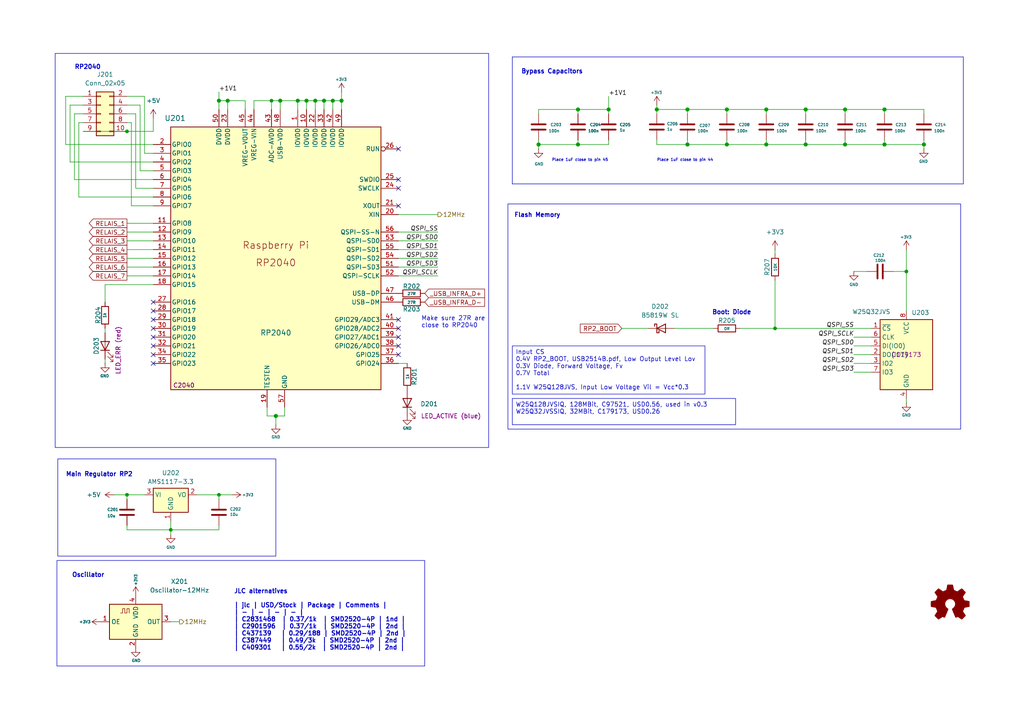
<source format=kicad_sch>
(kicad_sch (version 20250114) (generator "eeschema") (generator_version "9.0")
  (paper "A4")
  (title_block (title "Octoprobe tentacle") (date "2025-09-02") (rev "0.5") (company "Hans Märki, Märki Informatik") (comment 1 "The MIT License (MIT)"))
  (lib_symbols
    (symbol "00_project_library:AMS1117-3.3"
      (property "Reference" "U" (at -3.81 3.175 0))
      (property "Value" "AMS1117-3.3" (at 0 3.175 0))
      (symbol "AMS1117-3.3_0_1"
        (rectangle (start -5.08 1.905) (end 5.08 -5.08) (stroke (width 0.254)) (fill (type background)))
      )
      (symbol "AMS1117-3.3_1_1"
        (pin power_in line (at -7.62 0 0) (length 2.54) (name "VI") (number "3"))
        (pin power_in line (at 0 -7.62 90) (length 2.54) (name "GND") (number "1"))
        (pin power_out line (at 7.62 0 180) (length 2.54) (name "VO") (number "2"))
      )
    )
    (symbol "00_project_library:C" (pin_numbers (hide yes)) (pin_names (offset 0.254))
      (property "Reference" "C" (at 0.635 2.54 0))
      (property "Value" "C" (at 0.635 -2.54 0))
      (symbol "C_0_1"
        (polyline (pts (xy -2.032 0.762) (xy 2.032 0.762)) (stroke (width 0.508)))
        (polyline (pts (xy -2.032 -0.762) (xy 2.032 -0.762)) (stroke (width 0.508)))
      )
      (symbol "C_1_1"
        (pin passive line (at 0 3.81 270) (length 2.794) (name "~") (number "1"))
        (pin passive line (at 0 -3.81 90) (length 2.794) (name "~") (number "2"))
      )
    )
    (symbol "00_project_library:LED BLUE" (pin_numbers (hide yes)) (pin_names (offset 1.016) (hide yes))
      (property "Reference" "D" (at 0 2.54 0))
      (property "Value" "LED BLUE" (at 0 -2.54 0))
      (symbol "LED BLUE_0_1"
        (polyline (pts (xy -3.048 -0.762) (xy -4.572 -2.286) (xy -3.81 -2.286) (xy -4.572 -2.286) (xy -4.572 -1.524)))
        (polyline (pts (xy -1.778 -0.762) (xy -3.302 -2.286) (xy -2.54 -2.286) (xy -3.302 -2.286) (xy -3.302 -1.524)))
        (polyline (pts (xy -1.27 0) (xy 1.27 0)))
        (polyline (pts (xy -1.27 -1.27) (xy -1.27 1.27)) (stroke (width 0.254)))
        (polyline (pts (xy 1.27 -1.27) (xy 1.27 1.27) (xy -1.27 0) (xy 1.27 -1.27)) (stroke (width 0.254)))
      )
      (symbol "LED BLUE_1_1"
        (pin passive line (at -3.81 0 0) (length 2.54) (name "K") (number "1"))
        (pin passive line (at 3.81 0 180) (length 2.54) (name "A") (number "2"))
      )
    )
    (symbol "00_project_library:LED GREEN" (pin_numbers (hide yes)) (pin_names (offset 1.016) (hide yes))
      (property "Reference" "D" (at 0 2.54 0))
      (property "Value" "LED GREEN" (at 0 -2.54 0))
      (symbol "LED GREEN_0_1"
        (polyline (pts (xy -3.048 -0.762) (xy -4.572 -2.286) (xy -3.81 -2.286) (xy -4.572 -2.286) (xy -4.572 -1.524)))
        (polyline (pts (xy -1.778 -0.762) (xy -3.302 -2.286) (xy -2.54 -2.286) (xy -3.302 -2.286) (xy -3.302 -1.524)))
        (polyline (pts (xy -1.27 0) (xy 1.27 0)))
        (polyline (pts (xy -1.27 -1.27) (xy -1.27 1.27)) (stroke (width 0.254)))
        (polyline (pts (xy 1.27 -1.27) (xy 1.27 1.27) (xy -1.27 0) (xy 1.27 -1.27)) (stroke (width 0.254)))
      )
      (symbol "LED GREEN_1_1"
        (pin passive line (at -3.81 0 0) (length 2.54) (name "K") (number "1"))
        (pin passive line (at 3.81 0 180) (length 2.54) (name "A") (number "2"))
      )
    )
    (symbol "00_project_library:Oscillator-12MHz"
      (property "Reference" "X" (at -5.08 6.35 0))
      (property "Value" "Oscillator-12MHz" (at 1.27 -6.35 0))
      (symbol "Oscillator-12MHz_0_1"
        (rectangle (start -7.62 5.08) (end 7.62 -5.08) (stroke (width 0.254)) (fill (type background)))
        (polyline (pts (xy -4.445 2.54) (xy -3.81 2.54) (xy -3.81 3.81) (xy -3.175 3.81) (xy -3.175 2.54) (xy -2.54 2.54) (xy -2.54 3.81) (xy -1.905 3.81) (xy -1.905 2.54)))
      )
      (symbol "Oscillator-12MHz_1_1"
        (pin input line (at -10.16 0 0) (length 2.54) (name "OE") (number "1"))
        (pin power_in line (at 0 7.62 270) (length 2.54) (name "VDD") (number "4"))
        (pin power_in line (at 0 -7.62 90) (length 2.54) (name "GND") (number "2"))
        (pin output line (at 10.16 0 180) (length 2.54) (name "OUT") (number "3"))
      )
    )
    (symbol "00_project_library:RP2040" (pin_names (offset 0.254))
      (property "Reference" "U" (at 1.27 78.74 0))
      (property "Value" "RP2040" (at 30.48 16.51 0))
      (symbol "RP2040_0_0"
        (text "Raspberry Pi" (at 30.48 41.91 0) (effects (font (size 2 2))))
        (text "RP2040" (at 30.48 36.83 0) (effects (font (size 2 2))))
      )
      (symbol "RP2040_1_0"
        (rectangle (start 0 76.2) (end 60.96 0) (stroke (width 0.254)) (fill (type background)))
      )
      (symbol "RP2040_1_1"
        (pin bidirectional line (at -5.08 71.12 0) (length 5.08) (name "GPIO0") (number "2"))
        (pin bidirectional line (at -5.08 68.58 0) (length 5.08) (name "GPIO1") (number "3"))
        (pin bidirectional line (at -5.08 66.04 0) (length 5.08) (name "GPIO2") (number "4"))
        (pin bidirectional line (at -5.08 63.5 0) (length 5.08) (name "GPIO3") (number "5"))
        (pin bidirectional line (at -5.08 60.96 0) (length 5.08) (name "GPIO4") (number "6"))
        (pin bidirectional line (at -5.08 58.42 0) (length 5.08) (name "GPIO5") (number "7"))
        (pin bidirectional line (at -5.08 55.88 0) (length 5.08) (name "GPIO6") (number "8"))
        (pin bidirectional line (at -5.08 53.34 0) (length 5.08) (name "GPIO7") (number "9"))
        (pin bidirectional line (at -5.08 48.26 0) (length 5.08) (name "GPIO8") (number "11"))
        (pin bidirectional line (at -5.08 45.72 0) (length 5.08) (name "GPIO9") (number "12"))
        (pin bidirectional line (at -5.08 43.18 0) (length 5.08) (name "GPIO10") (number "13"))
        (pin bidirectional line (at -5.08 40.64 0) (length 5.08) (name "GPIO11") (number "14"))
        (pin bidirectional line (at -5.08 38.1 0) (length 5.08) (name "GPIO12") (number "15"))
        (pin bidirectional line (at -5.08 35.56 0) (length 5.08) (name "GPIO13") (number "16"))
        (pin bidirectional line (at -5.08 33.02 0) (length 5.08) (name "GPIO14") (number "17"))
        (pin bidirectional line (at -5.08 30.48 0) (length 5.08) (name "GPIO15") (number "18"))
        (pin bidirectional line (at -5.08 25.4 0) (length 5.08) (name "GPIO16") (number "27"))
        (pin bidirectional line (at -5.08 22.86 0) (length 5.08) (name "GPIO17") (number "28"))
        (pin bidirectional line (at -5.08 20.32 0) (length 5.08) (name "GPIO18") (number "29"))
        (pin bidirectional line (at -5.08 17.78 0) (length 5.08) (name "GPIO19") (number "30"))
        (pin bidirectional line (at -5.08 15.24 0) (length 5.08) (name "GPIO20") (number "31"))
        (pin bidirectional line (at -5.08 12.7 0) (length 5.08) (name "GPIO21") (number "32"))
        (pin bidirectional line (at -5.08 10.16 0) (length 5.08) (name "GPIO22") (number "34"))
        (pin bidirectional line (at -5.08 7.62 0) (length 5.08) (name "GPIO23") (number "35"))
        (pin power_in line (at 13.97 81.28 270) (length 5.08) (name "DVDD") (number "50"))
        (pin power_in line (at 16.51 81.28 270) (length 5.08) (name "DVDD") (number "23"))
        (pin power_out line (at 21.59 81.28 270) (length 5.08) (name "VREG-VOUT") (number "45"))
        (pin power_in line (at 24.13 81.28 270) (length 5.08) (name "VREG-VIN") (number "44"))
        (pin input line (at 27.94 -5.08 90) (length 5.08) (name "TESTEN") (number "19"))
        (pin power_in line (at 29.21 81.28 270) (length 5.08) (name "ADC-AVDD") (number "43"))
        (pin power_in line (at 31.75 81.28 270) (length 5.08) (name "USB-VDD") (number "48"))
        (pin power_in line (at 33.02 -5.08 90) (length 5.08) (name "GND") (number "57"))
        (pin power_in line (at 36.83 81.28 270) (length 5.08) (name "IOVDD") (number "1"))
        (pin power_in line (at 39.37 81.28 270) (length 5.08) (name "IOVDD") (number "10"))
        (pin power_in line (at 41.91 81.28 270) (length 5.08) (name "IOVDD") (number "22"))
        (pin power_in line (at 44.45 81.28 270) (length 5.08) (name "IOVDD") (number "33"))
        (pin power_in line (at 46.99 81.28 270) (length 5.08) (name "IOVDD") (number "42"))
        (pin power_in line (at 49.53 81.28 270) (length 5.08) (name "IOVDD") (number "49"))
        (pin input inverted (at 66.04 69.85 180) (length 5.08) (name "RUN") (number "26"))
        (pin unspecified line (at 66.04 60.96 180) (length 5.08) (name "SWDIO") (number "25"))
        (pin unspecified line (at 66.04 58.42 180) (length 5.08) (name "SWCLK") (number "24"))
        (pin output line (at 66.04 53.34 180) (length 5.08) (name "XOUT") (number "21"))
        (pin bidirectional line (at 66.04 50.8 180) (length 5.08) (name "XIN") (number "20"))
        (pin bidirectional line (at 66.04 45.72 180) (length 5.08) (name "QSPI-SS-N") (number "56"))
        (pin bidirectional line (at 66.04 43.18 180) (length 5.08) (name "QSPI-SD0") (number "53"))
        (pin bidirectional line (at 66.04 40.64 180) (length 5.08) (name "QSPI-SD1") (number "55"))
        (pin bidirectional line (at 66.04 38.1 180) (length 5.08) (name "QSPI-SD2") (number "54"))
        (pin bidirectional line (at 66.04 35.56 180) (length 5.08) (name "QSPI-SD3") (number "51"))
        (pin bidirectional line (at 66.04 33.02 180) (length 5.08) (name "QSPI-SCLK") (number "52"))
        (pin bidirectional line (at 66.04 27.94 180) (length 5.08) (name "USB-DP") (number "47"))
        (pin bidirectional line (at 66.04 25.4 180) (length 5.08) (name "USB-DM") (number "46"))
        (pin bidirectional line (at 66.04 20.32 180) (length 5.08) (name "GPIO29/ADC3") (number "41"))
        (pin bidirectional line (at 66.04 17.78 180) (length 5.08) (name "GPIO28/ADC2") (number "40"))
        (pin bidirectional line (at 66.04 15.24 180) (length 5.08) (name "GPIO27/ADC1") (number "39"))
        (pin bidirectional line (at 66.04 12.7 180) (length 5.08) (name "GPIO26/ADC0") (number "38"))
        (pin bidirectional line (at 66.04 10.16 180) (length 5.08) (name "GPIO25") (number "37"))
        (pin bidirectional line (at 66.04 7.62 180) (length 5.08) (name "GPIO24") (number "36"))
      )
    )
    (symbol "00_project_library:W25Q32JVS"
      (property "Reference" "U" (at -8.89 8.89 0))
      (property "Value" "W25Q32JVS" (at 8.89 12.7 0))
      (property "JLC" "C179173" (at 0 0 0))
      (symbol "W25Q32JVS_0_1"
        (rectangle (start -7.62 10.16) (end 7.62 -10.16) (stroke (width 0.254)) (fill (type background)))
      )
      (symbol "W25Q32JVS_1_1"
        (pin input line (at -10.16 7.62 0) (length 2.54) (name "~{CS}") (number "1"))
        (pin input line (at -10.16 5.08 0) (length 2.54) (name "CLK") (number "6"))
        (pin bidirectional line (at -10.16 2.54 0) (length 2.54) (name "DI(IO0)") (number "5"))
        (pin bidirectional line (at -10.16 0 0) (length 2.54) (name "DO(IO1)") (number "2"))
        (pin bidirectional line (at -10.16 -2.54 0) (length 2.54) (name "IO2") (number "3"))
        (pin bidirectional line (at -10.16 -5.08 0) (length 2.54) (name "IO3") (number "7"))
        (pin power_in line (at 0 12.7 270) (length 2.54) (name "VCC") (number "8"))
        (pin power_in line (at 0 -12.7 90) (length 2.54) (name "GND") (number "4"))
      )
    )
    (symbol "Connector_Generic:Conn_02x05_Odd_Even" (pin_names (offset 1.016) (hide yes))
      (property "Reference" "J" (at 1.27 7.62 0))
      (property "Value" "Conn_02x05_Odd_Even" (at 1.27 -7.62 0))
      (symbol "Conn_02x05_Odd_Even_1_1"
        (rectangle (start -1.27 6.35) (end 3.81 -6.35) (stroke (width 0.254)) (fill (type background)))
        (rectangle (start -1.27 5.207) (end 0 4.953) (stroke (width 0.1524)))
        (rectangle (start -1.27 2.667) (end 0 2.413) (stroke (width 0.1524)))
        (rectangle (start -1.27 0.127) (end 0 -0.127) (stroke (width 0.1524)))
        (rectangle (start -1.27 -2.413) (end 0 -2.667) (stroke (width 0.1524)))
        (rectangle (start -1.27 -4.953) (end 0 -5.207) (stroke (width 0.1524)))
        (rectangle (start 3.81 5.207) (end 2.54 4.953) (stroke (width 0.1524)))
        (rectangle (start 3.81 2.667) (end 2.54 2.413) (stroke (width 0.1524)))
        (rectangle (start 3.81 0.127) (end 2.54 -0.127) (stroke (width 0.1524)))
        (rectangle (start 3.81 -2.413) (end 2.54 -2.667) (stroke (width 0.1524)))
        (rectangle (start 3.81 -4.953) (end 2.54 -5.207) (stroke (width 0.1524)))
        (pin passive line (at -5.08 5.08 0) (length 3.81) (name "Pin_1") (number "1"))
        (pin passive line (at -5.08 2.54 0) (length 3.81) (name "Pin_3") (number "3"))
        (pin passive line (at -5.08 0 0) (length 3.81) (name "Pin_5") (number "5"))
        (pin passive line (at -5.08 -2.54 0) (length 3.81) (name "Pin_7") (number "7"))
        (pin passive line (at -5.08 -5.08 0) (length 3.81) (name "Pin_9") (number "9"))
        (pin passive line (at 7.62 5.08 180) (length 3.81) (name "Pin_2") (number "2"))
        (pin passive line (at 7.62 2.54 180) (length 3.81) (name "Pin_4") (number "4"))
        (pin passive line (at 7.62 0 180) (length 3.81) (name "Pin_6") (number "6"))
        (pin passive line (at 7.62 -2.54 180) (length 3.81) (name "Pin_8") (number "8"))
        (pin passive line (at 7.62 -5.08 180) (length 3.81) (name "Pin_10") (number "10"))
      )
    )
    (symbol "Device:D_Schottky" (pin_numbers (hide yes)) (pin_names (offset 1.016) (hide yes))
      (property "Reference" "D" (at 0 2.54 0))
      (property "Value" "D_Schottky" (at 0 -2.54 0))
      (symbol "D_Schottky_0_1"
        (polyline (pts (xy -1.905 0.635) (xy -1.905 1.27) (xy -1.27 1.27) (xy -1.27 -1.27) (xy -0.635 -1.27) (xy -0.635 -0.635)) (stroke (width 0.254)))
        (polyline (pts (xy 1.27 1.27) (xy 1.27 -1.27) (xy -1.27 0) (xy 1.27 1.27)) (stroke (width 0.254)))
        (polyline (pts (xy 1.27 0) (xy -1.27 0)))
      )
      (symbol "D_Schottky_1_1"
        (pin passive line (at -3.81 0 0) (length 2.54) (name "K") (number "1"))
        (pin passive line (at 3.81 0 180) (length 2.54) (name "A") (number "2"))
      )
    )
    (symbol "Device:R" (pin_numbers (hide yes)) (pin_names (offset 0))
      (property "Reference" "R" (at 2.032 0 90))
      (property "Value" "R" (at 0 0 90))
      (symbol "R_0_1"
        (rectangle (start -1.016 -2.54) (end 1.016 2.54) (stroke (width 0.254)))
      )
      (symbol "R_1_1"
        (pin passive line (at 0 3.81 270) (length 1.27) (name "~") (number "1"))
        (pin passive line (at 0 -3.81 90) (length 1.27) (name "~") (number "2"))
      )
    )
    (symbol "Graphic:Logo_Open_Hardware_Small" (in_bom no) (on_board no)
      (symbol "Logo_Open_Hardware_Small_0_1"
        (polyline (pts (xy 3.3528 -4.3434) (xy 3.302 -4.318) (xy 3.175 -4.2418) (xy 2.9972 -4.1148) (xy 2.7686 -3.9624) (xy 2.54 -3.81) (xy 2.3622 -3.7084) (xy 2.2352 -3.6068) (xy 2.1844 -3.5814) (xy 2.159 -3.6068) (xy 2.0574 -3.6576) (xy 1.905 -3.7338) (xy 1.8034 -3.7846) (xy 1.6764 -3.8354) (xy 1.6002 -3.8354) (xy 1.6002 -3.8354) (xy 1.5494 -3.7338) (xy 1.4732 -3.5306) (xy 1.3462 -3.302) (xy 1.2446 -3.0226) (xy 1.1176 -2.7178) (xy 0.9652 -2.413) (xy 0.8636 -2.1082) (xy 0.7366 -1.8288) (xy 0.6604 -1.6256) (xy 0.6096 -1.4732) (xy 0.5842 -1.397) (xy 0.5842 -1.397) (xy 0.6604 -1.3208) (xy 0.7874 -1.2446) (xy 1.0414 -1.016) (xy 1.2954 -0.6858) (xy 1.4478 -0.3302) (xy 1.524 0.0762) (xy 1.4732 0.4572) (xy 1.3208 0.8128) (xy 1.0668 1.143) (xy 0.762 1.3716) (xy 0.4064 1.524) (xy 0 1.5748) (xy -0.381 1.5494) (xy -0.7366 1.397) (xy -1.0668 1.143) (xy -1.2192 0.9906) (xy -1.397 0.6604) (xy -1.524 0.3048) (xy -1.524 0.2286) (xy -1.4986 -0.1778) (xy -1.397 -0.5334) (xy -1.1938 -0.8636) (xy -0.9144 -1.143) (xy -0.8636 -1.1684) (xy -0.7366 -1.27) (xy -0.635 -1.3462) (xy -0.5842 -1.397) (xy -1.0668 -2.5908) (xy -1.143 -2.794) (xy -1.2954 -3.1242) (xy -1.397 -3.4036) (xy -1.4986 -3.6322) (xy -1.5748 -3.7846) (xy -1.6002 -3.8354) (xy -1.6002 -3.8354) (xy -1.651 -3.8354) (xy -1.7272 -3.81) (xy -1.905 -3.7338) (xy -2.0066 -3.683) (xy -2.1336 -3.6068) (xy -2.2098 -3.5814) (xy -2.2606 -3.6068) (xy -2.3622 -3.683) (xy -2.54 -3.81) (xy -2.7686 -3.9624) (xy -2.9718 -4.0894) (xy -3.1496 -4.2164) (xy -3.302 -4.318) (xy -3.3528 -4.3434) (xy -3.3782 -4.3434) (xy -3.429 -4.318) (xy -3.5306 -4.2164) (xy -3.7084 -4.064) (xy -3.937 -3.8354) (xy -3.9624 -3.81) (xy -4.1656 -3.6068) (xy -4.318 -3.4544) (xy -4.4196 -3.3274) (xy -4.445 -3.2766) (xy -4.445 -3.2766) (xy -4.4196 -3.2258) (xy -4.318 -3.0734) (xy -4.2164 -2.8956) (xy -4.064 -2.667) (xy -3.6576 -2.0828) (xy -3.8862 -1.5494) (xy -3.937 -1.3716) (xy -4.0386 -1.1684) (xy -4.0894 -1.0414) (xy -4.1148 -0.9652) (xy -4.191 -0.9398) (xy -4.318 -0.9144) (xy -4.5466 -0.8636) (xy -4.8006 -0.8128) (xy -5.0546 -0.7874) (xy -5.2578 -0.7366) (xy -5.4356 -0.7112) (xy -5.5118 -0.6858) (xy -5.5118 -0.6858) (xy -5.5372 -0.635) (xy -5.5372 -0.5588) (xy -5.5372 -0.4318) (xy -5.5626 -0.2286) (xy -5.5626 0.0762) (xy -5.5626 0.127) (xy -5.5372 0.4064) (xy -5.5372 0.635) (xy -5.5372 0.762) (xy -5.5372 0.8382) (xy -5.5372 0.8382) (xy -5.461 0.8382) (xy -5.3086 0.889) (xy -5.08 0.9144) (xy -4.826 0.9652) (xy -4.8006 0.9906) (xy -4.5466 1.0414) (xy -4.318 1.0668) (xy -4.1656 1.1176) (xy -4.0894 1.143) (xy -4.0894 1.143) (xy -4.0386 1.2446) (xy -3.9624 1.4224) (xy -3.8608 1.6256) (xy -3.7846 1.8288) (xy -3.7084 2.0066) (xy -3.6576 2.159) (xy -3.6322 2.2098) (xy -3.6322 2.2098) (xy -3.683 2.286) (xy -3.7592 2.413) (xy -3.8862 2.5908) (xy -4.064 2.8194) (xy -4.064 2.8448) (xy -4.2164 3.0734) (xy -4.3434 3.2512) (xy -4.4196 3.3782) (xy -4.445 3.4544) (xy -4.445 3.4544) (xy -4.3942 3.5052) (xy -4.2926 3.6322) (xy -4.1148 3.81) (xy -3.937 4.0132) (xy -3.8608 4.064) (xy -3.6576 4.2926) (xy -3.5052 4.4196) (xy -3.4036 4.4958) (xy -3.3528 4.5212) (xy -3.3528 4.5212) (xy -3.302 4.4704) (xy -3.1496 4.3688) (xy -2.9718 4.2418) (xy -2.7432 4.0894) (xy -2.7178 4.0894) (xy -2.4892 3.937) (xy -2.3114 3.81) (xy -2.1844 3.7084) (xy -2.1336 3.683) (xy -2.1082 3.683) (xy -2.032 3.7084) (xy -1.8542 3.7592) (xy -1.6764 3.8354) (xy -1.4732 3.937) (xy -1.27 4.0132) (xy -1.143 4.064) (xy -1.0668 4.1148) (xy -1.0668 4.1148) (xy -1.0414 4.191) (xy -1.016 4.3434) (xy -0.9652 4.572) (xy -0.9144 4.8514) (xy -0.889 4.9022) (xy -0.8382 5.1562) (xy -0.8128 5.3848) (xy -0.7874 5.5372) (xy -0.762 5.588) (xy -0.7112 5.6134) (xy -0.5842 5.6134) (xy -0.4064 5.6134) (xy -0.1524 5.6134) (xy 0.0762 5.6134) (xy 0.3302 5.6134) (xy 0.5334 5.6134) (xy 0.6858 5.588) (xy 0.7366 5.588) (xy 0.7366 5.588) (xy 0.762 5.5118) (xy 0.8128 5.334) (xy 0.8382 5.1054) (xy 0.9144 4.826) (xy 0.9144 4.7752) (xy 0.9652 4.5212) (xy 1.016 4.2926) (xy 1.0414 4.1402) (xy 1.0668 4.0894) (xy 1.0668 4.0894) (xy 1.1938 4.0386) (xy 1.3716 3.9624) (xy 1.5748 3.8608) (xy 2.0828 3.6576) (xy 2.7178 4.0894) (xy 2.7686 4.1402) (xy 2.9972 4.2926) (xy 3.175 4.4196) (xy 3.302 4.4958) (xy 3.3782 4.5212) (xy 3.3782 4.5212) (xy 3.429 4.4704) (xy 3.556 4.3434) (xy 3.7338 4.191) (xy 3.9116 3.9878) (xy 4.064 3.8354) (xy 4.2418 3.6576) (xy 4.3434 3.556) (xy 4.4196 3.4798) (xy 4.4196 3.429) (xy 4.4196 3.4036) (xy 4.3942 3.3274) (xy 4.2926 3.2004) (xy 4.1656 2.9972) (xy 4.0132 2.794) (xy 3.8862 2.5908) (xy 3.7592 2.3876) (xy 3.6576 2.2352) (xy 3.6322 2.159) (xy 3.6322 2.1336) (xy 3.683 2.0066) (xy 3.7592 1.8288) (xy 3.8608 1.6002) (xy 4.064 1.1176) (xy 4.3942 1.0414) (xy 4.5974 1.016) (xy 4.8768 0.9652) (xy 5.1308 0.9144) (xy 5.5372 0.8382) (xy 5.5626 -0.6604) (xy 5.4864 -0.6858) (xy 5.4356 -0.6858) (xy 5.2832 -0.7366) (xy 5.0546 -0.762) (xy 4.8006 -0.8128) (xy 4.5974 -0.8636) (xy 4.3688 -0.9144) (xy 4.2164 -0.9398) (xy 4.1402 -0.9398) (xy 4.1148 -0.9652) (xy 4.064 -1.0668) (xy 3.9878 -1.2446) (xy 3.9116 -1.4478) (xy 3.81 -1.651) (xy 3.7338 -1.8542) (xy 3.683 -2.0066) (xy 3.6576 -2.0828) (xy 3.683 -2.1336) (xy 3.7846 -2.2606) (xy 3.8862 -2.4638) (xy 4.0386 -2.667) (xy 4.191 -2.8956) (xy 4.318 -3.0734) (xy 4.3942 -3.2004) (xy 4.445 -3.2766) (xy 4.4196 -3.3274) (xy 4.3434 -3.429) (xy 4.1656 -3.5814) (xy 3.937 -3.8354) (xy 3.8862 -3.8608) (xy 3.683 -4.064) (xy 3.5306 -4.2164) (xy 3.4036 -4.318) (xy 3.3528 -4.3434)) (fill (type outline)))
      )
    )
    (symbol "power:+3V3" (power) (pin_numbers (hide yes)) (pin_names (offset 0) (hide yes))
      (property "Value" "+3V3" (at 0 3.556 0))
      (symbol "+3V3_0_1"
        (polyline (pts (xy -0.762 1.27) (xy 0 2.54)))
        (polyline (pts (xy 0 2.54) (xy 0.762 1.27)))
        (polyline (pts (xy 0 0) (xy 0 2.54)))
      )
      (symbol "+3V3_1_1"
        (pin power_in line (at 0 0 90) (length 0) (name "~") (number "1"))
      )
    )
    (symbol "power:+5V" (power) (pin_numbers (hide yes)) (pin_names (offset 0) (hide yes))
      (property "Value" "+5V" (at 0 3.556 0))
      (symbol "+5V_0_1"
        (polyline (pts (xy -0.762 1.27) (xy 0 2.54)))
        (polyline (pts (xy 0 2.54) (xy 0.762 1.27)))
        (polyline (pts (xy 0 0) (xy 0 2.54)))
      )
      (symbol "+5V_1_1"
        (pin power_in line (at 0 0 90) (length 0) (name "~") (number "1"))
      )
    )
    (symbol "power:GND" (power) (pin_numbers (hide yes)) (pin_names (offset 0) (hide yes))
      (property "Value" "GND" (at 0 -3.81 0))
      (symbol "GND_0_1"
        (polyline (pts (xy 0 0) (xy 0 -1.27) (xy 1.27 -1.27) (xy 0 -2.54) (xy -1.27 -1.27) (xy 0 -1.27)))
      )
      (symbol "GND_1_1"
        (pin power_in line (at 0 0 270) (length 0) (name "~") (number "1"))
      )
    )
  )
  (rectangle (start 147.32 59.1509) (end 278.638 124.46))
  (rectangle (start 16.002 15.494) (end 141.732 129.794))
  (rectangle (start 16.764 133.096) (end 80.01 161.29))
  (rectangle (start 16.51 162.56) (end 123.19 193.167))
  (text "Oscillator" (at 20.828 167.64 0) (effects (font (size 1.27 1.27) (thickness 0.254) (bold yes)) (justify left bottom)))
  (text "JLC alternatives\n\n| jlc | USD/Stock | Package | Comments |\n| - | - | - | - |\n| C2831468  | 0.37/1k  | SMD2520-4P | 1nd |\n| C2901596  | 0.37/1k  | SMD2520-4P | 2nd |\n| C437139   | 0.29/188 | SMD2520-4P | 2nd |\n| C387449   | 0.49/3k  | SMD2520-4P | 2nd |\n| C409301   | 0.55/2k  | SMD2520-4P | 2nd |" (at 67.818 188.722 0) (effects (font (size 1.27 1.27) (thickness 0.254) (bold yes)) (justify left bottom)))
  (text "Make sure 27R are\nclose to RP2040" (at 122.174 95.25 0) (effects (font (size 1.27 1.27)) (justify left bottom)))
  (text "RP2040" (at 21.59 20.32 0) (effects (font (size 1.27 1.27) (thickness 0.254) (bold yes)) (justify left bottom)))
  (text "Place 1uF close to pin 44" (at 190.5 46.99 0) (effects (font (size 0.8 0.8)) (justify left bottom)))
  (text "Place 1uF close to pin 45" (at 160.02 46.99 0) (effects (font (size 0.8 0.8)) (justify left bottom)))
  (text "Boot: Diode" (at 206.502 91.44 0) (effects (font (size 1.27 1.27) (thickness 0.254) (bold yes)) (justify left bottom)))
  (text "Main Regulator RP2" (at 19.05 138.43 0) (effects (font (size 1.27 1.27) (thickness 0.254) (bold yes)) (justify left bottom)))
  (text "Flash Memory" (at 149.098 63.246 0) (effects (font (size 1.27 1.27) (thickness 0.254) (bold yes)) (justify left bottom)))
  (text "Bypass Capacitors" (at 151.13 21.59 0) (effects (font (size 1.27 1.27) (thickness 0.254) (bold yes)) (justify left bottom)))
  (text_box "W25Q128JVSIQ, 128MBit, C97521, USD0.56, used in v0.3\nW25Q32JVSSIQ, 32MBit, C179173, USD0.26" (at 148.59 115.57 0) (size 64.77 7.62) (margins 0.9525 0.9525 0.9525 0.9525) (effects (font (size 1.27 1.27)) (justify left top)))
  (text_box "Input CS\n0.4V RP2_BOOT, USB2514B.pdf, Low Output Level Lov\n0.3V Diode, Forward Voltage, Fv\n0.7V Total\n\n1.1V W25Q128JVS, Input Low Voltage Vil = Vcc*0.3\n" (at 148.59 100.33 0) (size 55.88 13.97) (margins 0.9525 0.9525 0.9525 0.9525) (effects (font (size 1.27 1.27)) (justify left top)))
  (junction (at 91.44 29.21) (diameter 1.016))
  (junction (at 80.01 120.65) (diameter 1.016))
  (junction (at 262.89 78.74))
  (junction (at 176.53 31.75) (diameter 1.016))
  (junction (at 99.06 29.21) (diameter 1.016))
  (junction (at 222.25 31.75) (diameter 1.016))
  (junction (at 156.21 41.91) (diameter 1.016))
  (junction (at 78.74 29.21))
  (junction (at 233.68 31.75) (diameter 1.016))
  (junction (at 63.5 29.21) (diameter 1.016))
  (junction (at 222.25 41.91) (diameter 1.016))
  (junction (at 245.11 31.75) (diameter 1.016))
  (junction (at 88.9 29.21) (diameter 1.016))
  (junction (at 49.53 153.67))
  (junction (at 167.64 41.91) (diameter 1.016))
  (junction (at 81.28 29.21) (diameter 1.016))
  (junction (at 36.83 38.1))
  (junction (at 210.82 31.75) (diameter 1.016))
  (junction (at 190.5 31.75) (diameter 1.016))
  (junction (at 267.97 41.91) (diameter 1.016))
  (junction (at 96.52 29.21) (diameter 1.016))
  (junction (at 36.83 143.51))
  (junction (at 86.36 29.21) (diameter 1.016))
  (junction (at 66.04 29.21) (diameter 1.016))
  (junction (at 224.79 95.25))
  (junction (at 256.54 31.75) (diameter 1.016))
  (junction (at 199.39 41.91) (diameter 1.016))
  (junction (at 63.5 143.51))
  (junction (at 210.82 41.91) (diameter 1.016))
  (junction (at 256.54 41.91) (diameter 1.016))
  (junction (at 93.98 29.21) (diameter 1.016))
  (junction (at 233.68 41.91) (diameter 1.016))
  (junction (at 245.11 41.91) (diameter 1.016))
  (junction (at 167.64 31.75) (diameter 1.016))
  (junction (at 199.39 31.75) (diameter 1.016))
  (no_connect (at 44.45 105.41))
  (no_connect (at 44.45 95.25))
  (no_connect (at 44.45 87.63))
  (no_connect (at 115.57 102.87))
  (no_connect (at 115.57 52.07))
  (no_connect (at 44.45 90.17))
  (no_connect (at 44.45 100.33))
  (no_connect (at 115.57 100.33))
  (no_connect (at 115.57 95.25))
  (no_connect (at 115.57 59.69))
  (no_connect (at 115.57 92.71))
  (no_connect (at 115.57 54.61))
  (no_connect (at 44.45 92.71))
  (no_connect (at 44.45 102.87))
  (no_connect (at 115.57 43.18))
  (no_connect (at 44.45 97.79))
  (no_connect (at 115.57 97.79))
  (wire (pts (xy 36.83 27.94) (xy 41.91 27.94)))
  (wire (pts (xy 99.06 31.75) (xy 99.06 29.21)))
  (wire (pts (xy 38.1 59.69) (xy 44.45 59.69)))
  (wire (pts (xy 262.89 72.39) (xy 262.89 78.74)))
  (wire (pts (xy 36.83 30.48) (xy 40.64 30.48)))
  (wire (pts (xy 115.57 69.85) (xy 127 69.85)))
  (wire (pts (xy 19.05 27.94) (xy 19.05 41.91)))
  (wire (pts (xy 80.01 120.65) (xy 82.55 120.65)))
  (wire (pts (xy 82.55 120.65) (xy 82.55 118.11)))
  (wire (pts (xy 91.44 29.21) (xy 93.98 29.21)))
  (wire (pts (xy 81.28 31.75) (xy 81.28 29.21)))
  (wire (pts (xy 222.25 41.91) (xy 210.82 41.91)))
  (wire (pts (xy 96.52 29.21) (xy 99.06 29.21)))
  (wire (pts (xy 93.98 29.21) (xy 96.52 29.21)))
  (wire (pts (xy 256.54 33.02) (xy 256.54 31.75)))
  (wire (pts (xy 19.05 41.91) (xy 44.45 41.91)))
  (wire (pts (xy 44.45 52.07) (xy 21.59 52.07)))
  (wire (pts (xy 262.89 78.74) (xy 262.89 90.17)))
  (wire (pts (xy 63.5 144.78) (xy 63.5 143.51)))
  (wire (pts (xy 30.48 82.55) (xy 30.48 87.63)))
  (wire (pts (xy 49.53 153.67) (xy 49.53 154.94)))
  (wire (pts (xy 199.39 40.64) (xy 199.39 41.91)))
  (wire (pts (xy 252.73 105.41) (xy 247.65 105.41)))
  (wire (pts (xy 233.68 33.02) (xy 233.68 31.75)))
  (polyline (pts (xy 148.59 16.51) (xy 148.59 53.34)))
  (wire (pts (xy 190.5 31.75) (xy 190.5 33.02)))
  (wire (pts (xy 167.64 41.91) (xy 167.64 40.64)))
  (wire (pts (xy 256.54 31.75) (xy 267.97 31.75)))
  (wire (pts (xy 24.13 38.1) (xy 36.83 38.1)))
  (wire (pts (xy 262.89 115.57) (xy 262.89 116.84)))
  (wire (pts (xy 115.57 67.31) (xy 127 67.31)))
  (wire (pts (xy 199.39 31.75) (xy 210.82 31.75)))
  (wire (pts (xy 78.74 31.75) (xy 78.74 29.21)))
  (wire (pts (xy 256.54 41.91) (xy 245.11 41.91)))
  (wire (pts (xy 224.79 95.25) (xy 252.73 95.25)))
  (wire (pts (xy 80.01 123.19) (xy 80.01 120.65)))
  (wire (pts (xy 252.73 100.33) (xy 247.65 100.33)))
  (polyline (pts (xy 279.4 53.34) (xy 148.59 53.34)))
  (wire (pts (xy 190.5 40.64) (xy 190.5 41.91)))
  (wire (pts (xy 245.11 41.91) (xy 233.68 41.91)))
  (wire (pts (xy 245.11 40.64) (xy 245.11 41.91)))
  (wire (pts (xy 38.1 35.56) (xy 38.1 59.69)))
  (wire (pts (xy 156.21 41.91) (xy 167.64 41.91)))
  (wire (pts (xy 36.83 152.4) (xy 36.83 153.67)))
  (wire (pts (xy 247.65 78.74) (xy 251.46 78.74)))
  (wire (pts (xy 88.9 29.21) (xy 91.44 29.21)))
  (wire (pts (xy 115.57 72.39) (xy 127 72.39)))
  (wire (pts (xy 78.74 29.21) (xy 81.28 29.21)))
  (wire (pts (xy 36.83 143.51) (xy 36.83 144.78)))
  (wire (pts (xy 93.98 31.75) (xy 93.98 29.21)))
  (wire (pts (xy 245.11 31.75) (xy 256.54 31.75)))
  (wire (pts (xy 267.97 41.91) (xy 267.97 43.18)))
  (wire (pts (xy 63.5 26.67) (xy 63.5 29.21)))
  (wire (pts (xy 115.57 105.41) (xy 118.11 105.41)))
  (wire (pts (xy 66.04 31.75) (xy 66.04 29.21)))
  (wire (pts (xy 77.47 120.65) (xy 77.47 118.11)))
  (wire (pts (xy 44.45 46.99) (xy 20.32 46.99)))
  (wire (pts (xy 115.57 62.23) (xy 127 62.23)))
  (wire (pts (xy 86.36 31.75) (xy 86.36 29.21)))
  (wire (pts (xy 245.11 33.02) (xy 245.11 31.75)))
  (wire (pts (xy 224.79 81.28) (xy 224.79 95.25)))
  (wire (pts (xy 252.73 97.79) (xy 247.65 97.79)))
  (wire (pts (xy 267.97 33.02) (xy 267.97 31.75)))
  (wire (pts (xy 176.53 27.94) (xy 176.53 31.75)))
  (wire (pts (xy 73.66 31.75) (xy 73.66 29.21)))
  (wire (pts (xy 259.08 78.74) (xy 262.89 78.74)))
  (wire (pts (xy 21.59 33.02) (xy 21.59 52.07)))
  (wire (pts (xy 36.83 80.01) (xy 44.45 80.01)))
  (wire (pts (xy 36.83 69.85) (xy 44.45 69.85)))
  (wire (pts (xy 190.5 31.75) (xy 199.39 31.75)))
  (wire (pts (xy 190.5 41.91) (xy 199.39 41.91)))
  (wire (pts (xy 49.53 151.13) (xy 49.53 153.67)))
  (wire (pts (xy 195.58 95.25) (xy 207.01 95.25)))
  (wire (pts (xy 39.37 33.02) (xy 39.37 54.61)))
  (wire (pts (xy 91.44 31.75) (xy 91.44 29.21)))
  (wire (pts (xy 22.86 35.56) (xy 22.86 57.15)))
  (wire (pts (xy 86.36 29.21) (xy 88.9 29.21)))
  (wire (pts (xy 96.52 29.21) (xy 96.52 31.75)))
  (wire (pts (xy 267.97 40.64) (xy 267.97 41.91)))
  (wire (pts (xy 210.82 40.64) (xy 210.82 41.91)))
  (wire (pts (xy 36.83 33.02) (xy 39.37 33.02)))
  (wire (pts (xy 36.83 74.93) (xy 44.45 74.93)))
  (wire (pts (xy 156.21 31.75) (xy 167.64 31.75)))
  (wire (pts (xy 20.32 30.48) (xy 20.32 46.99)))
  (wire (pts (xy 36.83 153.67) (xy 49.53 153.67)))
  (wire (pts (xy 71.12 29.21) (xy 66.04 29.21)))
  (wire (pts (xy 41.91 143.51) (xy 36.83 143.51)))
  (wire (pts (xy 33.02 143.51) (xy 36.83 143.51)))
  (wire (pts (xy 36.83 72.39) (xy 44.45 72.39)))
  (wire (pts (xy 30.48 95.25) (xy 30.48 96.52)))
  (wire (pts (xy 41.91 44.45) (xy 44.45 44.45)))
  (wire (pts (xy 176.53 31.75) (xy 176.53 33.02)))
  (wire (pts (xy 252.73 107.95) (xy 247.65 107.95)))
  (wire (pts (xy 214.63 95.25) (xy 224.79 95.25)))
  (wire (pts (xy 233.68 40.64) (xy 233.68 41.91)))
  (wire (pts (xy 73.66 29.21) (xy 78.74 29.21)))
  (wire (pts (xy 156.21 41.91) (xy 156.21 43.18)))
  (wire (pts (xy 67.31 143.51) (xy 63.5 143.51)))
  (wire (pts (xy 233.68 41.91) (xy 222.25 41.91)))
  (wire (pts (xy 224.79 72.39) (xy 224.79 73.66)))
  (wire (pts (xy 233.68 31.75) (xy 245.11 31.75)))
  (wire (pts (xy 49.53 180.34) (xy 52.07 180.34)))
  (wire (pts (xy 36.83 67.31) (xy 44.45 67.31)))
  (wire (pts (xy 210.82 33.02) (xy 210.82 31.75)))
  (polyline (pts (xy 148.59 16.51) (xy 279.4 16.51)))
  (wire (pts (xy 44.45 82.55) (xy 30.48 82.55)))
  (wire (pts (xy 49.53 153.67) (xy 63.5 153.67)))
  (wire (pts (xy 167.64 31.75) (xy 176.53 31.75)))
  (wire (pts (xy 180.34 95.25) (xy 187.96 95.25)))
  (wire (pts (xy 88.9 31.75) (xy 88.9 29.21)))
  (wire (pts (xy 176.53 41.91) (xy 167.64 41.91)))
  (wire (pts (xy 40.64 49.53) (xy 44.45 49.53)))
  (wire (pts (xy 81.28 29.21) (xy 86.36 29.21)))
  (wire (pts (xy 222.25 31.75) (xy 233.68 31.75)))
  (wire (pts (xy 252.73 102.87) (xy 247.65 102.87)))
  (wire (pts (xy 63.5 143.51) (xy 57.15 143.51)))
  (wire (pts (xy 222.25 40.64) (xy 222.25 41.91)))
  (wire (pts (xy 63.5 29.21) (xy 63.5 31.75)))
  (wire (pts (xy 80.01 120.65) (xy 77.47 120.65)))
  (wire (pts (xy 63.5 29.21) (xy 66.04 29.21)))
  (wire (pts (xy 167.64 33.02) (xy 167.64 31.75)))
  (wire (pts (xy 44.45 57.15) (xy 22.86 57.15)))
  (wire (pts (xy 210.82 41.91) (xy 199.39 41.91)))
  (wire (pts (xy 44.45 34.29) (xy 44.45 38.1)))
  (wire (pts (xy 63.5 152.4) (xy 63.5 153.67)))
  (wire (pts (xy 44.45 38.1) (xy 36.83 38.1)))
  (wire (pts (xy 256.54 41.91) (xy 267.97 41.91)))
  (wire (pts (xy 36.83 64.77) (xy 44.45 64.77)))
  (wire (pts (xy 39.37 54.61) (xy 44.45 54.61)))
  (wire (pts (xy 156.21 40.64) (xy 156.21 41.91)))
  (polyline (pts (xy 279.4 16.51) (xy 279.4 53.34)))
  (wire (pts (xy 99.06 26.67) (xy 99.06 29.21)))
  (wire (pts (xy 36.83 35.56) (xy 38.1 35.56)))
  (wire (pts (xy 115.57 80.01) (xy 127 80.01)))
  (wire (pts (xy 24.13 35.56) (xy 22.86 35.56)))
  (wire (pts (xy 256.54 40.64) (xy 256.54 41.91)))
  (wire (pts (xy 19.05 27.94) (xy 24.13 27.94)))
  (wire (pts (xy 36.83 77.47) (xy 44.45 77.47)))
  (wire (pts (xy 41.91 27.94) (xy 41.91 44.45)))
  (wire (pts (xy 115.57 77.47) (xy 127 77.47)))
  (wire (pts (xy 40.64 30.48) (xy 40.64 49.53)))
  (wire (pts (xy 190.5 30.48) (xy 190.5 31.75)))
  (wire (pts (xy 71.12 31.75) (xy 71.12 29.21)))
  (wire (pts (xy 24.13 33.02) (xy 21.59 33.02)))
  (wire (pts (xy 176.53 40.64) (xy 176.53 41.91)))
  (wire (pts (xy 30.48 104.14) (xy 30.48 105.41)))
  (wire (pts (xy 156.21 33.02) (xy 156.21 31.75)))
  (wire (pts (xy 210.82 31.75) (xy 222.25 31.75)))
  (wire (pts (xy 222.25 33.02) (xy 222.25 31.75)))
  (wire (pts (xy 24.13 30.48) (xy 20.32 30.48)))
  (wire (pts (xy 199.39 33.02) (xy 199.39 31.75)))
  (wire (pts (xy 115.57 74.93) (xy 127 74.93)))
  (label "QSPI_SCLK" (at 127 80.01 180) (effects (font (italic yes))))
  (label "QSPI_SD2" (at 247.65 105.41 180) (effects (font (italic yes))))
  (label "QSPI_SS" (at 127 67.31 180) (effects (font (italic yes))))
  (label "QSPI_SD1" (at 247.65 102.87 180) (effects (font (italic yes))))
  (label "QSPI_SD2" (at 127 74.93 180) (effects (font (italic yes))))
  (label "QSPI_SD0" (at 127 69.85 180) (effects (font (italic yes))))
  (label "QSPI_SD1" (at 127 72.39 180) (effects (font (italic yes))))
  (label "QSPI_SD0" (at 247.65 100.33 180) (effects (font (italic yes))))
  (label "QSPI_SCLK" (at 247.65 97.79 180) (effects (font (italic yes))))
  (label "QSPI_SD3" (at 247.65 107.95 180) (effects (font (italic yes))))
  (label "QSPI_SD3" (at 127 77.47 180) (effects (font (italic yes))))
  (label "+1V1" (at 176.53 27.94 0))
  (label "+1V1" (at 63.5 26.67 0))
  (label "QSPI_SS" (at 247.65 95.25 180) (effects (font (italic yes))))
  (global_label "RELAIS_4" (shape output) (at 36.83 72.39 180) (property "Intersheetrefs" "${INTERSHEET_REFS}" (effects (hide yes))))
  (global_label "RELAIS_7" (shape output) (at 36.83 80.01 180) (property "Intersheetrefs" "${INTERSHEET_REFS}" (effects (hide yes))))
  (global_label "RELAIS_5" (shape output) (at 36.83 74.93 180) (property "Intersheetrefs" "${INTERSHEET_REFS}" (effects (hide yes))))
  (global_label "RELAIS_1" (shape output) (at 36.83 64.77 180) (property "Intersheetrefs" "${INTERSHEET_REFS}" (effects (hide yes))))
  (global_label "RELAIS_6" (shape output) (at 36.83 77.47 180) (property "Intersheetrefs" "${INTERSHEET_REFS}" (effects (hide yes))))
  (global_label "_USB_INFRA_D+" (shape input) (at 123.19 85.09 0) (property "Intersheetrefs" "${INTERSHEET_REFS}" (effects (hide yes))))
  (global_label "RELAIS_2" (shape output) (at 36.83 67.31 180) (property "Intersheetrefs" "${INTERSHEET_REFS}" (effects (hide yes))))
  (global_label "RELAIS_3" (shape output) (at 36.83 69.85 180) (property "Intersheetrefs" "${INTERSHEET_REFS}" (effects (hide yes))))
  (global_label "RP2_BOOT" (shape input) (at 180.34 95.25 180) (property "Intersheetrefs" "${INTERSHEET_REFS}" (effects (hide yes))))
  (global_label "_USB_INFRA_D-" (shape input) (at 123.19 87.63 0) (property "Intersheetrefs" "${INTERSHEET_REFS}" (effects (hide yes))))
  (hierarchical_label "12MHz" (shape output) (at 52.07 180.34 0))
  (hierarchical_label "12MHz" (shape output) (at 127 62.23 0))
  (symbol (lib_id "power:GND") (at 39.37 187.96 0) (unit 1)
    (property "Reference" "#PWR0204" (effects (hide yes)))
    (property "Value" "GND" (at 39.497 191.5922 0) (effects (font (size 0.8 0.8))))
    (property "Description" "Power symbol creates a global label with name \"GND\" , ground" (effects (hide yes)))
  )
  (symbol (lib_id "Device:R") (at 119.38 87.63 270) (unit 1)
    (property "Reference" "R203" (at 119.38 89.662 90))
    (property "Value" "27R" (at 119.38 87.7316 90) (effects (font (size 0.8 0.8))))
    (property "Footprint" "Resistor_SMD:R_0402_1005Metric" (effects (hide yes)))
  )
  (symbol (lib_id "power:GND") (at 30.48 105.41 0) (unit 1)
    (property "Reference" "#PWR0211" (effects (hide yes)))
    (property "Value" "GND" (at 30.353 109.0422 0) (effects (font (size 0.8 0.8))))
    (property "Description" "Power symbol creates a global label with name \"GND\" , ground" (effects (hide yes)))
  )
  (symbol (lib_id "Device:D_Schottky") (at 191.77 95.25 0) (unit 1)
    (property "Reference" "D202" (at 191.4525 88.9 0))
    (property "Value" "B5819W SL" (at 191.4525 91.44 0))
    (property "Footprint" "Diode_SMD:D_SOD-123" (effects (hide yes)))
    (property "Datasheet" "https://datasheet.lcsc.com/lcsc/2304140030_Jiangsu-Changjing-Electronics-Technology-Co---Ltd--B5819W-SL_C8598.pdf" (effects (hide yes)))
    (property "JLC" "C8598" (effects (hide yes)))
  )
  (symbol (lib_id "power:GND") (at 267.97 43.18 0) (unit 1)
    (property "Reference" "#PWR0223" (effects (hide yes)))
    (property "Value" "GND" (at 267.843 46.8122 0) (effects (font (size 0.8 0.8))))
    (property "Description" "Power symbol creates a global label with name \"GND\" , ground" (effects (hide yes)))
  )
  (symbol (lib_id "00_project_library:C") (at 156.21 36.83 0) (unit 1)
    (property "Reference" "C203" (at 159.639 36.1696 0) (effects (font (size 0.8 0.8)) (justify left)))
    (property "Value" "100n" (at 159.131 37.973 0) (effects (font (size 0.8 0.8)) (justify left)))
    (property "Footprint" "Capacitor_SMD:C_0402_1005Metric" (effects (hide yes)))
    (property "JLC" "C1525" (effects (hide yes)))
  )
  (symbol (lib_id "00_project_library:C") (at 233.68 36.83 0) (unit 1)
    (property "Reference" "C210" (at 237.109 36.1696 0) (effects (font (size 0.8 0.8)) (justify left)))
    (property "Value" "100n" (at 236.601 37.973 0) (effects (font (size 0.8 0.8)) (justify left)))
    (property "Footprint" "Capacitor_SMD:C_0402_1005Metric" (effects (hide yes)))
    (property "JLC" "C1525" (effects (hide yes)))
  )
  (symbol (lib_id "power:GND") (at 156.21 43.18 0) (unit 1)
    (property "Reference" "#PWR0212" (effects (hide yes)))
    (property "Value" "GND" (at 156.337 47.5742 0) (effects (font (size 0.8 0.8))))
    (property "Description" "Power symbol creates a global label with name \"GND\" , ground" (effects (hide yes)))
  )
  (symbol (lib_id "power:+3V3") (at 224.79 72.39 0) (unit 1)
    (property "Reference" "#PWR0218" (effects (hide yes)))
    (property "Value" "+3V3" (at 224.79 67.31 0))
    (property "Description" "Power symbol creates a global label with name \"+3V3\"" (effects (hide yes)))
  )
  (symbol (lib_id "Connector_Generic:Conn_02x05_Odd_Even") (at 29.21 33.02 0) (unit 1) (in_bom no)
    (property "Reference" "J201" (at 30.48 21.59 0))
    (property "Value" "Conn_02x05" (at 30.48 24.13 0))
    (property "Footprint" "00_project_library:PinSocket_2x05_P2.54mm_Vertical_squarepad" (effects (hide yes)))
    (property "Description" "Generic connector, double row, 02x05, odd/even pin numbering scheme (row 1 odd numbers, row 2 even numbers), script generated (kicad-library-utils/schlib/autogen/connector/)" (effects (hide yes)))
  )
  (symbol (lib_id "Graphic:Logo_Open_Hardware_Small") (at 275.59 175.26 0) (unit 1) (exclude_from_sim yes) (in_bom no) (on_board no)
    (property "Reference" "#SYM201" (effects (hide yes)))
    (property "Value" "Logo_Open_Hardware_Small" (effects (hide yes)))
    (property "Description" "Open Hardware logo, small" (effects (hide yes)))
  )
  (symbol (lib_id "00_project_library:C") (at 167.64 36.83 0) (unit 1)
    (property "Reference" "C204" (at 171.069 36.1696 0) (effects (font (size 0.8 0.8)) (justify left)))
    (property "Value" "100n" (at 170.561 37.973 0) (effects (font (size 0.8 0.8)) (justify left)))
    (property "Footprint" "Capacitor_SMD:C_0402_1005Metric" (effects (hide yes)))
    (property "JLC" "C1525" (effects (hide yes)))
  )
  (symbol (lib_id "power:+3V3") (at 67.31 143.51 270) (unit 1)
    (property "Reference" "#PWR0207" (effects (hide yes)))
    (property "Value" "+3V3" (at 71.882 143.51 90) (effects (font (size 0.8 0.8))))
    (property "Description" "Power symbol creates a global label with name \"+3V3\"" (effects (hide yes)))
  )
  (symbol (lib_id "00_project_library:Oscillator-12MHz") (at 39.37 180.34 0) (unit 1)
    (property "Reference" "X201" (at 52.07 168.656 0))
    (property "Value" "Oscillator-12MHz" (at 52.07 171.196 0))
    (property "Footprint" "Oscillator:Oscillator_SMD_ECS_2520MV-xxx-xx-4Pin_2.5x2.0mm" (effects (hide yes)))
    (property "Datasheet" "https://wmsc.lcsc.com/wmsc/upload/file/pdf/v2/lcsc/2105241608_JWT-YM4012M00033T8188099_C2831468.pdf" (effects (hide yes)))
    (property "Description" "HCMOS Crystal Clock Oscillator, 2.5x2.0 mm SMD" (effects (hide yes)))
    (property "Datasheet_ori" "https://www.ecsxtal.com/store/pdf/ECS-2520MV.pdf" (effects (hide yes)))
    (property "JLC" "C2831468" (effects (hide yes)))
  )
  (symbol (lib_id "00_project_library:C") (at 36.83 148.59 0) (unit 1)
    (property "Reference" "C201" (at 31.115 147.8026 0) (effects (font (size 0.8 0.8)) (justify left)))
    (property "Value" "10u" (at 31.115 149.606 0) (effects (font (size 0.8 0.8)) (justify left)))
    (property "Footprint" "Capacitor_SMD:C_0603_1608Metric" (effects (hide yes)))
    (property "JLC" "C19702" (effects (hide yes)))
    (property "JLC" "C19702" (effects (hide yes)))
  )
  (symbol (lib_id "power:GND") (at 247.65 78.74 0) (unit 1)
    (property "Reference" "#PWR0220" (effects (hide yes)))
    (property "Value" "GND" (at 247.65 82.55 0) (effects (font (size 0.8 0.8))))
    (property "Description" "Power symbol creates a global label with name \"GND\" , ground" (effects (hide yes)))
  )
  (symbol (lib_id "power:+5V") (at 44.45 34.29 0) (unit 1)
    (property "Reference" "#PWR0206" (effects (hide yes)))
    (property "Value" "+5V" (at 44.45 29.21 0))
    (property "Description" "Power symbol creates a global label with name \"+5V\"" (effects (hide yes)))
  )
  (symbol (lib_id "power:GND") (at 262.89 116.84 0) (unit 1)
    (property "Reference" "#PWR0222" (effects (hide yes)))
    (property "Value" "GND" (at 262.89 120.396 0) (effects (font (size 0.8 0.8))))
    (property "Description" "Power symbol creates a global label with name \"GND\" , ground" (effects (hide yes)))
  )
  (symbol (lib_id "00_project_library:C") (at 222.25 36.83 0) (unit 1)
    (property "Reference" "C209" (at 225.679 36.1696 0) (effects (font (size 0.8 0.8)) (justify left)))
    (property "Value" "100n" (at 225.171 37.973 0) (effects (font (size 0.8 0.8)) (justify left)))
    (property "Footprint" "Capacitor_SMD:C_0402_1005Metric" (effects (hide yes)))
    (property "JLC" "C1525" (effects (hide yes)))
  )
  (symbol (lib_id "00_project_library:C") (at 245.11 36.83 0) (unit 1)
    (property "Reference" "C211" (at 248.285 36.1696 0) (effects (font (size 0.8 0.8)) (justify left)))
    (property "Value" "100n" (at 248.031 37.973 0) (effects (font (size 0.8 0.8)) (justify left)))
    (property "Footprint" "Capacitor_SMD:C_0402_1005Metric" (effects (hide yes)))
    (property "JLC" "C1525" (effects (hide yes)))
  )
  (symbol (lib_id "Device:R") (at 224.79 77.47 0) (unit 1)
    (property "Reference" "R207" (at 222.504 77.47 90))
    (property "Value" "10K" (at 224.8916 77.47 90) (effects (font (size 0.8 0.8))))
    (property "Footprint" "Resistor_SMD:R_0402_1005Metric" (effects (hide yes)))
  )
  (symbol (lib_id "00_project_library:LED GREEN") (at 30.48 100.33 90) (unit 1)
    (property "Reference" "D203" (at 27.94 100.33 0))
    (property "Value" "red" (effects (hide yes)))
    (property "Footprint" "00_project_library:LED_0603_1608Metric" (effects (hide yes)))
    (property "JLC" "C2286" (effects (hide yes)))
    (property "Label" "LED_ERR (red)" (at 34.29 101.6 0))
  )
  (symbol (lib_id "power:+3V3") (at 262.89 72.39 0) (unit 1)
    (property "Reference" "#PWR0221" (effects (hide yes)))
    (property "Value" "+3V3" (at 262.763 68.7578 0) (effects (font (size 0.8 0.8))))
    (property "Description" "Power symbol creates a global label with name \"+3V3\"" (effects (hide yes)))
  )
  (symbol (lib_id "power:GND") (at 49.53 154.94 0) (unit 1)
    (property "Reference" "#PWR0205" (effects (hide yes)))
    (property "Value" "GND" (at 49.53 158.75 0) (effects (font (size 0.8 0.8))))
    (property "Description" "Power symbol creates a global label with name \"GND\" , ground" (effects (hide yes)))
  )
  (symbol (lib_id "00_project_library:RP2040") (at 49.53 113.03 0) (unit 1)
    (property "Reference" "U201" (at 50.8 34.29 0) (effects (font (size 1.524 1.524))))
    (property "Value" "RP2040" (at 80.01 96.52 0) (effects (font (size 1.524 1.524))))
    (property "Footprint" "00_project_library:RP2040-QFN-56" (effects (hide yes)))
    (property "Datasheet" "https://datasheets.raspberrypi.org/rp2040/rp2040-datasheet.pdf" (effects (hide yes)))
    (property "Author" "CIRCUITSTATE Electronics" (effects (hide yes)))
    (property "License" "CC BY 4.0" (effects (hide yes)))
    (property "Revision" "1.3" (effects (hide yes)))
    (property "JLC" "C2040" (at 53.34 111.76 0))
  )
  (symbol (lib_id "Device:R") (at 118.11 109.22 0) (unit 1)
    (property "Reference" "R201" (at 120.142 109.22 90))
    (property "Value" "1k" (at 118.2116 109.22 90) (effects (font (size 0.8 0.8))))
    (property "Footprint" "Resistor_SMD:R_0805_2012Metric" (effects (hide yes)))
  )
  (symbol (lib_id "00_project_library:C") (at 199.39 36.83 0) (unit 1)
    (property "Reference" "C207" (at 202.819 36.4236 0) (effects (font (size 0.8 0.8)) (justify left)))
    (property "Value" "100n" (at 202.311 37.973 0) (effects (font (size 0.8 0.8)) (justify left)))
    (property "Footprint" "Capacitor_SMD:C_0402_1005Metric" (effects (hide yes)))
    (property "JLC" "C1525" (effects (hide yes)))
  )
  (symbol (lib_id "Device:R") (at 210.82 95.25 270) (unit 1)
    (property "Reference" "R205" (at 210.82 92.964 90))
    (property "Value" "0R" (at 210.82 95.3516 90) (effects (font (size 0.8 0.8))))
    (property "Footprint" "Resistor_SMD:R_0805_2012Metric" (effects (hide yes)))
  )
  (symbol (lib_id "00_project_library:C") (at 255.27 78.74 90) (unit 1)
    (property "Reference" "C212" (at 256.5146 74.041 90) (effects (font (size 0.8 0.8)) (justify left)))
    (property "Value" "100n" (at 256.921 75.565 90) (effects (font (size 0.8 0.8)) (justify left)))
    (property "Footprint" "Capacitor_SMD:C_0402_1005Metric" (effects (hide yes)))
    (property "JLC" "C1525" (effects (hide yes)))
  )
  (symbol (lib_id "power:+3V3") (at 29.21 180.34 90) (unit 1)
    (property "Reference" "#PWR0201" (effects (hide yes)))
    (property "Value" "+3V3" (at 24.638 180.34 90) (effects (font (size 0.8 0.8))))
    (property "Description" "Power symbol creates a global label with name \"+3V3\"" (effects (hide yes)))
  )
  (symbol (lib_id "00_project_library:C") (at 176.53 36.83 0) (unit 1)
    (property "Reference" "C205" (at 179.705 36.1696 0) (effects (font (size 0.8 0.8)) (justify left)))
    (property "Value" "1u" (at 179.705 37.719 0) (effects (font (size 0.8 0.8)) (justify left)))
    (property "Footprint" "Capacitor_SMD:C_0402_1005Metric" (effects (hide yes)))
    (property "JLC" "C52923" (effects (hide yes)))
  )
  (symbol (lib_id "power:GND") (at 80.01 123.19 0) (unit 1)
    (property "Reference" "#PWR0208" (effects (hide yes)))
    (property "Value" "GND" (at 80.01 126.746 0) (effects (font (size 0.8 0.8))))
    (property "Description" "Power symbol creates a global label with name \"GND\" , ground" (effects (hide yes)))
  )
  (symbol (lib_id "00_project_library:C") (at 256.54 36.83 0) (unit 1)
    (property "Reference" "C213" (at 259.715 36.1696 0) (effects (font (size 0.8 0.8)) (justify left)))
    (property "Value" "100n" (at 259.461 37.973 0) (effects (font (size 0.8 0.8)) (justify left)))
    (property "Footprint" "Capacitor_SMD:C_0402_1005Metric" (effects (hide yes)))
    (property "JLC" "C1525" (effects (hide yes)))
  )
  (symbol (lib_id "power:+5V") (at 33.02 143.51 90) (unit 1)
    (property "Reference" "#PWR0202" (effects (hide yes)))
    (property "Value" "+5V" (at 29.21 143.5099 90) (effects (justify left)))
    (property "Description" "Power symbol creates a global label with name \"+5V\"" (effects (hide yes)))
  )
  (symbol (lib_id "power:+3V3") (at 39.37 172.72 0) (unit 1)
    (property "Reference" "#PWR0203" (effects (hide yes)))
    (property "Value" "+3V3" (at 39.37 168.148 90) (effects (font (size 0.8 0.8))))
    (property "Description" "Power symbol creates a global label with name \"+3V3\"" (effects (hide yes)))
  )
  (symbol (lib_id "00_project_library:AMS1117-3.3") (at 49.53 143.51 0) (unit 1)
    (property "Reference" "U202" (at 49.53 137.16 0))
    (property "Value" "AMS1117-3.3" (at 49.53 139.7 0))
    (property "Footprint" "00_project_library:SOT-223-3_TabPin2" (effects (hide yes)))
    (property "Datasheet" "http://www.advanced-monolithic.com/pdf/ds1117.pdf" (effects (hide yes)))
    (property "JLC" "C6186" (effects (hide yes)))
  )
  (symbol (lib_id "Device:R") (at 119.38 85.09 270) (unit 1)
    (property "Reference" "R202" (at 119.38 83.058 90))
    (property "Value" "27R" (at 119.38 85.1916 90) (effects (font (size 0.8 0.8))))
    (property "Footprint" "Resistor_SMD:R_0402_1005Metric" (effects (hide yes)))
  )
  (symbol (lib_id "00_project_library:W25Q32JVS") (at 262.89 102.87 0) (unit 1)
    (property "Reference" "U203" (at 266.954 90.678 0))
    (property "Value" "W25Q32JVS" (at 252.73 90.424 0))
    (property "Footprint" "00_project_library:SOIC-8_5.23x5.23mm_P1.27mm" (effects (hide yes)))
    (property "Datasheet" "https://www.lcsc.com/datasheet/lcsc_datasheet_1912210731_Winbond-Elec-W25Q32JVSSIQ_C179173.pdf" (effects (hide yes)))
    (property "Description" "32Mb Serial Flash Memory, Standard/Dual/Quad SPI, SOIC-8" (effects (hide yes)))
    (property "JLC" "C179173" (at 262.89 102.87 0))
  )
  (symbol (lib_id "power:+3V3") (at 190.5 30.48 0) (unit 1)
    (property "Reference" "#PWR0216" (effects (hide yes)))
    (property "Value" "+3V3" (at 190.373 26.8478 0) (effects (font (size 0.8 0.8))))
    (property "Description" "Power symbol creates a global label with name \"+3V3\"" (effects (hide yes)))
  )
  (symbol (lib_id "00_project_library:LED BLUE") (at 118.11 116.84 90) (unit 1)
    (property "Reference" "D201" (at 121.92 117.1574 90) (effects (justify right)))
    (property "Value" "blue" (effects (hide yes)))
    (property "Footprint" "LED_SMD:LED_0805_2012Metric" (effects (hide yes)))
    (property "JLC" "C189307" (effects (hide yes)))
    (property "Label" "LED_ACTIVE (blue)" (at 130.81 120.65 90))
  )
  (symbol (lib_id "00_project_library:C") (at 267.97 36.83 0) (unit 1)
    (property "Reference" "C214" (at 271.145 36.1696 0) (effects (font (size 0.8 0.8)) (justify left)))
    (property "Value" "100n" (at 270.891 37.973 0) (effects (font (size 0.8 0.8)) (justify left)))
    (property "Footprint" "Capacitor_SMD:C_0402_1005Metric" (effects (hide yes)))
    (property "JLC" "C1525" (effects (hide yes)))
  )
  (symbol (lib_id "00_project_library:C") (at 63.5 148.59 0) (unit 1)
    (property "Reference" "C202" (at 66.675 147.6756 0) (effects (font (size 0.8 0.8)) (justify left)))
    (property "Value" "10u" (at 66.675 149.225 0) (effects (font (size 0.8 0.8)) (justify left)))
    (property "Footprint" "Capacitor_SMD:C_0603_1608Metric" (effects (hide yes)))
    (property "JLC" "C19702" (effects (hide yes)))
    (property "JLC" "C19702" (effects (hide yes)))
  )
  (symbol (lib_id "00_project_library:C") (at 190.5 36.83 0) (unit 1)
    (property "Reference" "C206" (at 193.421 35.9156 0) (effects (font (size 0.8 0.8)) (justify left)))
    (property "Value" "1u" (at 193.421 37.465 0) (effects (font (size 0.8 0.8)) (justify left)))
    (property "Footprint" "Capacitor_SMD:C_0402_1005Metric" (effects (hide yes)))
    (property "JLC" "C52923" (effects (hide yes)))
  )
  (symbol (lib_id "power:+3V3") (at 99.06 26.67 0) (unit 1)
    (property "Reference" "#PWR0209" (effects (hide yes)))
    (property "Value" "+3V3" (at 98.933 23.0378 0) (effects (font (size 0.8 0.8))))
    (property "Description" "Power symbol creates a global label with name \"+3V3\"" (effects (hide yes)))
  )
  (symbol (lib_id "Device:R") (at 30.48 91.44 180) (unit 1)
    (property "Reference" "R204" (at 28.448 91.44 90))
    (property "Value" "1k" (at 30.3784 91.44 90) (effects (font (size 0.8 0.8))))
    (property "Footprint" "Resistor_SMD:R_0805_2012Metric" (effects (hide yes)))
  )
  (symbol (lib_id "power:GND") (at 118.11 120.65 0) (unit 1)
    (property "Reference" "#PWR0210" (effects (hide yes)))
    (property "Value" "GND" (at 118.11 124.206 0) (effects (font (size 0.8 0.8))))
    (property "Description" "Power symbol creates a global label with name \"GND\" , ground" (effects (hide yes)))
  )
  (symbol (lib_id "00_project_library:C") (at 210.82 36.83 0) (unit 1)
    (property "Reference" "C208" (at 214.249 36.1696 0) (effects (font (size 0.8 0.8)) (justify left)))
    (property "Value" "100n" (at 213.741 37.973 0) (effects (font (size 0.8 0.8)) (justify left)))
    (property "Footprint" "Capacitor_SMD:C_0402_1005Metric" (effects (hide yes)))
    (property "JLC" "C1525" (effects (hide yes)))
  )
)
</source>
